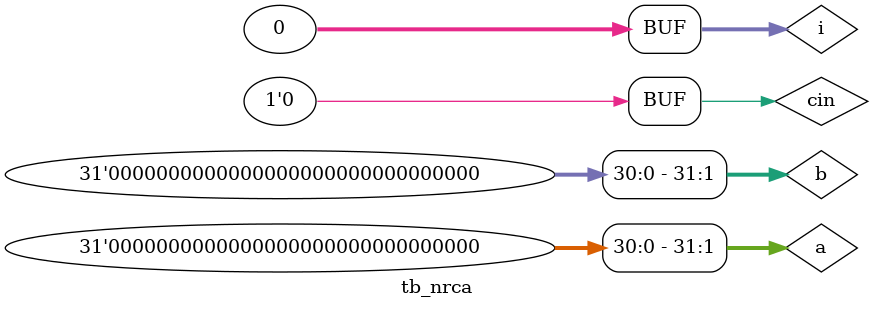
<source format=v>
module tb_nrca; 
parameter n=32; 
reg [n-1:0]a,b; 
reg cin; 
wire [n-1:0]sum; 
wire cout; 
integer i =0; 
initial begin 
    cin=0; 
    repeat(9) begin 
        a = $random; 
        b = $random; 
        #10; 
        i=i+1; 
    end      
end 
nrca r1(a,b,cin,sum,cout); 
endmodule
</source>
